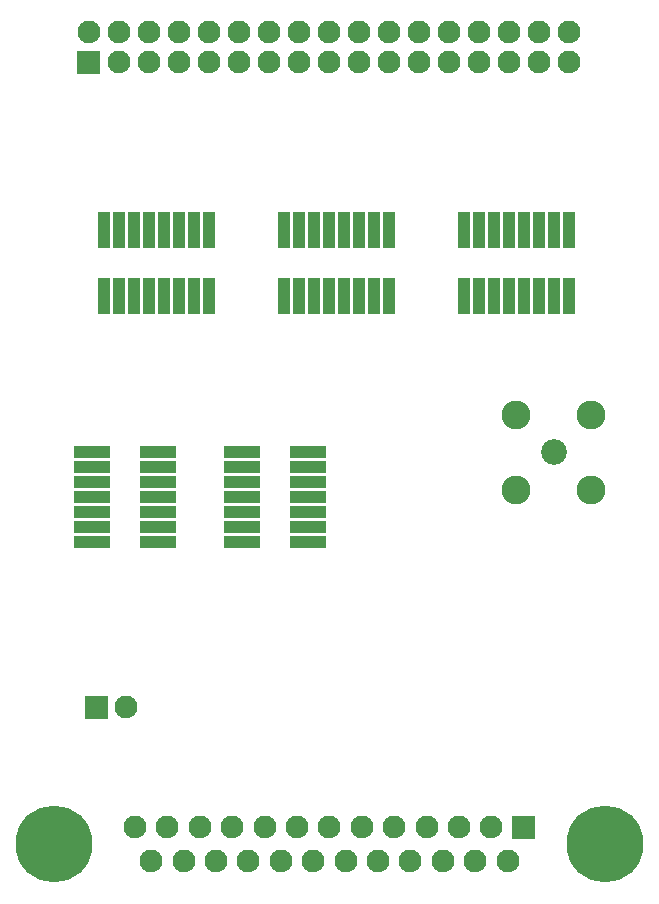
<source format=gbr>
G04 start of page 6 for group -4063 idx -4063 *
G04 Title: (unknown), componentmask *
G04 Creator: pcb 20140316 *
G04 CreationDate: Fri 19 May 2017 10:14:56 PM GMT UTC *
G04 For: thomasc *
G04 Format: Gerber/RS-274X *
G04 PCB-Dimensions (mil): 2500.00 3000.00 *
G04 PCB-Coordinate-Origin: lower left *
%MOIN*%
%FSLAX25Y25*%
%LNTOPMASK*%
%ADD59R,0.0400X0.0400*%
%ADD58C,0.2560*%
%ADD57C,0.0760*%
%ADD56C,0.0001*%
%ADD55C,0.0960*%
%ADD54C,0.0860*%
G54D54*X200000Y150000D03*
G54D55*X187500Y162500D03*
X212500D03*
Y137500D03*
X187500D03*
G54D56*G36*
X186200Y28800D02*Y21200D01*
X193800D01*
Y28800D01*
X186200D01*
G37*
G54D57*X179200Y25000D03*
X184600Y13800D03*
X157600Y25000D03*
X146800D03*
X136000D03*
X168400D03*
X173800Y13800D03*
X163000D03*
X152200D03*
X141400D03*
X130600D03*
G54D58*X217000Y19400D03*
G54D57*X125200Y25000D03*
X114400D03*
X103600D03*
X92800D03*
X82000D03*
X71200D03*
X60400D03*
G54D56*G36*
X43700Y68800D02*Y61200D01*
X51300D01*
Y68800D01*
X43700D01*
G37*
G54D57*X57500Y65000D03*
X119800Y13800D03*
X109000D03*
X98200D03*
X87400D03*
X76600D03*
X65800D03*
G54D58*X33400Y19400D03*
G54D57*X95000Y290000D03*
X105000D03*
X115000D03*
X95000Y280000D03*
X105000D03*
X115000D03*
X125000D03*
X135000D03*
X145000D03*
X125000Y290000D03*
X135000D03*
X145000D03*
X155000D03*
Y280000D03*
X165000Y290000D03*
X175000D03*
X185000D03*
X195000D03*
X205000D03*
X65000D03*
Y280000D03*
X75000Y290000D03*
Y280000D03*
X45000Y290000D03*
G54D56*G36*
X41200Y283800D02*Y276200D01*
X48800D01*
Y283800D01*
X41200D01*
G37*
G54D57*X55000Y290000D03*
Y280000D03*
X85000Y290000D03*
Y280000D03*
X165000D03*
X175000D03*
X185000D03*
X195000D03*
X205000D03*
G54D59*X80000Y228000D02*Y220000D01*
X70000Y228000D02*Y220000D01*
X75000Y228000D02*Y220000D01*
Y206000D02*Y198000D01*
X70000Y206000D02*Y198000D01*
X80000Y206000D02*Y198000D01*
X65000Y228000D02*Y220000D01*
Y206000D02*Y198000D01*
X60000Y228000D02*Y220000D01*
Y206000D02*Y198000D01*
X85000Y228000D02*Y220000D01*
Y206000D02*Y198000D01*
X55000Y228000D02*Y220000D01*
Y206000D02*Y198000D01*
X125000Y228000D02*Y220000D01*
X120000Y228000D02*Y220000D01*
X110000Y228000D02*Y220000D01*
X115000Y228000D02*Y220000D01*
X140000Y228000D02*Y220000D01*
X130000Y228000D02*Y220000D01*
X135000Y228000D02*Y220000D01*
X145000Y228000D02*Y220000D01*
X135000Y206000D02*Y198000D01*
X140000Y206000D02*Y198000D01*
X145000Y206000D02*Y198000D01*
X130000Y206000D02*Y198000D01*
X125000Y206000D02*Y198000D01*
X120000Y206000D02*Y198000D01*
X110000Y206000D02*Y198000D01*
X115000Y206000D02*Y198000D01*
X185000Y228000D02*Y220000D01*
Y206000D02*Y198000D01*
X180000Y228000D02*Y220000D01*
Y206000D02*Y198000D01*
X170000Y228000D02*Y220000D01*
Y206000D02*Y198000D01*
X175000Y228000D02*Y220000D01*
Y206000D02*Y198000D01*
X50000Y228000D02*Y220000D01*
Y206000D02*Y198000D01*
X42000Y135000D02*X50000D01*
X42000Y150000D02*X50000D01*
X42000Y145000D02*X50000D01*
X42000Y140000D02*X50000D01*
X64000Y120000D02*X72000D01*
X64000Y125000D02*X72000D01*
X64000Y130000D02*X72000D01*
X64000Y150000D02*X72000D01*
X64000Y145000D02*X72000D01*
X64000Y135000D02*X72000D01*
X64000Y140000D02*X72000D01*
X42000Y120000D02*X50000D01*
X42000Y125000D02*X50000D01*
X42000Y130000D02*X50000D01*
X114000Y120000D02*X122000D01*
X114000Y125000D02*X122000D01*
X114000Y130000D02*X122000D01*
X92000Y135000D02*X100000D01*
X92000Y150000D02*X100000D01*
X92000Y145000D02*X100000D01*
X92000Y140000D02*X100000D01*
X92000Y120000D02*X100000D01*
X114000Y150000D02*X122000D01*
X114000Y145000D02*X122000D01*
X114000Y135000D02*X122000D01*
X114000Y140000D02*X122000D01*
X92000Y125000D02*X100000D01*
X92000Y130000D02*X100000D01*
X200000Y228000D02*Y220000D01*
X190000Y228000D02*Y220000D01*
X195000Y228000D02*Y220000D01*
X205000Y228000D02*Y220000D01*
Y206000D02*Y198000D01*
X195000Y206000D02*Y198000D01*
X190000Y206000D02*Y198000D01*
X200000Y206000D02*Y198000D01*
M02*

</source>
